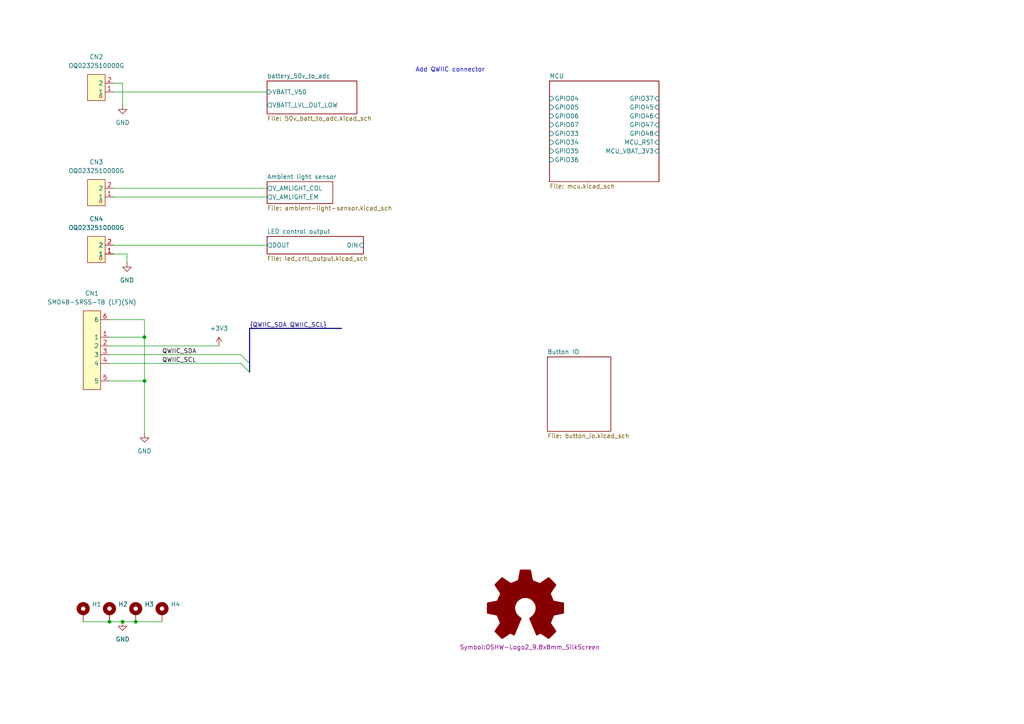
<source format=kicad_sch>
(kicad_sch (version 20250114) (generator "eeschema") (generator_version "9.0")
  (paper "A4")
  (lib_symbols
    (symbol "Graphic:Logo_Open_Hardware_Large" (in_bom no) (on_board no)
      (symbol "Logo_Open_Hardware_Large_1_1"
        (polyline (pts (xy 6.731 -8.7122) (xy 6.6294 -8.6614) (xy 6.35 -8.4836) (xy 5.9944 -8.255) (xy 5.5372 -7.9502) (xy 5.1054 -7.6454) (xy 4.7498 -7.4168) (xy 4.4958 -7.239) (xy 4.3942 -7.1882) (xy 4.318 -7.2136) (xy 4.1148 -7.3152) (xy 3.81 -7.4676) (xy 3.6322 -7.5692) (xy 3.3528 -7.6708) (xy 3.2258 -7.6962) (xy 3.2004 -7.6708) (xy 3.0988 -7.4676) (xy 2.9464 -7.0866) (xy 2.7178 -6.604) (xy 2.4892 -6.0452) (xy 2.2352 -5.4356) (xy 1.9558 -4.826) (xy 1.7272 -4.2164) (xy 1.4986 -3.683) (xy 1.3208 -3.2512) (xy 1.2192 -2.9464) (xy 1.1684 -2.8194) (xy 1.1938 -2.794) (xy 1.3208 -2.667) (xy 1.5748 -2.4892) (xy 2.0828 -2.0574) (xy 2.6162 -1.397) (xy 2.921 -0.6604) (xy 3.048 0.1524) (xy 2.9464 0.9144) (xy 2.6416 1.6256) (xy 2.1336 2.286) (xy 1.524 2.7686) (xy 0.8128 3.0734) (xy 0 3.175) (xy -0.762 3.0988) (xy -1.4986 2.794) (xy -2.159 2.286) (xy -2.4384 1.9812) (xy -2.8194 1.3208) (xy -3.048 0.6096) (xy -3.0734 0.4318) (xy -3.0226 -0.3556) (xy -2.794 -1.0922) (xy -2.3876 -1.7526) (xy -1.8288 -2.3114) (xy -1.7526 -2.3622) (xy -1.4732 -2.5654) (xy -1.2954 -2.6924) (xy -1.1684 -2.8194) (xy -2.159 -5.207) (xy -2.3114 -5.588) (xy -2.5908 -6.2484) (xy -2.8194 -6.8072) (xy -3.0226 -7.2644) (xy -3.1496 -7.5692) (xy -3.2258 -7.6708) (xy -3.2258 -7.6962) (xy -3.302 -7.6962) (xy -3.4798 -7.6454) (xy -3.8354 -7.4676) (xy -4.0386 -7.366) (xy -4.2926 -7.239) (xy -4.4196 -7.1882) (xy -4.5212 -7.239) (xy -4.7498 -7.3914) (xy -5.1054 -7.6454) (xy -5.5372 -7.9248) (xy -5.9436 -8.2042) (xy -6.3246 -8.4582) (xy -6.604 -8.636) (xy -6.731 -8.7122) (xy -6.7564 -8.7122) (xy -6.858 -8.636) (xy -7.0866 -8.4582) (xy -7.4168 -8.1534) (xy -7.874 -7.6962) (xy -7.9502 -7.62) (xy -8.3312 -7.239) (xy -8.636 -6.9088) (xy -8.8392 -6.6802) (xy -8.9154 -6.5786) (xy -8.9154 -6.5786) (xy -8.8392 -6.4516) (xy -8.6614 -6.1722) (xy -8.4328 -5.7912) (xy -8.128 -5.3594) (xy -7.3152 -4.191) (xy -7.7724 -3.0988) (xy -7.8994 -2.7686) (xy -8.0772 -2.3622) (xy -8.2042 -2.0828) (xy -8.255 -1.9558) (xy -8.382 -1.905) (xy -8.6614 -1.8542) (xy -9.0932 -1.7526) (xy -9.6266 -1.651) (xy -10.1092 -1.5748) (xy -10.541 -1.4732) (xy -10.8712 -1.4224) (xy -11.0236 -1.397) (xy -11.049 -1.3716) (xy -11.0744 -1.2954) (xy -11.0998 -1.143) (xy -11.0998 -0.889) (xy -11.1252 -0.4572) (xy -11.1252 0.1524) (xy -11.1252 0.2286) (xy -11.0998 0.8128) (xy -11.0998 1.27) (xy -11.0744 1.5494) (xy -11.0744 1.6764) (xy -11.0744 1.6764) (xy -10.922 1.7018) (xy -10.6172 1.778) (xy -10.16 1.8542) (xy -9.652 1.9558) (xy -9.6012 1.9812) (xy -9.0932 2.0828) (xy -8.636 2.159) (xy -8.3312 2.2352) (xy -8.2042 2.286) (xy -8.1788 2.3114) (xy -8.0772 2.5146) (xy -7.9248 2.8448) (xy -7.747 3.2512) (xy -7.5692 3.6576) (xy -7.4168 4.0386) (xy -7.3152 4.318) (xy -7.2898 4.445) (xy -7.2898 4.445) (xy -7.366 4.572) (xy -7.5438 4.826) (xy -7.7978 5.207) (xy -8.128 5.6642) (xy -8.128 5.6896) (xy -8.4328 6.1468) (xy -8.6868 6.5278) (xy -8.8392 6.7818) (xy -8.9154 6.9088) (xy -8.9154 6.9088) (xy -8.8138 7.0358) (xy -8.5852 7.2898) (xy -8.255 7.6454) (xy -7.874 8.0264) (xy -7.747 8.1534) (xy -7.3152 8.5852) (xy -7.0104 8.8646) (xy -6.8326 8.9916) (xy -6.731 9.0424) (xy -6.731 9.0424) (xy -6.604 8.9408) (xy -6.3246 8.763) (xy -5.9436 8.509) (xy -5.4864 8.2042) (xy -5.461 8.1788) (xy -5.0038 7.874) (xy -4.6482 7.62) (xy -4.3688 7.4422) (xy -4.2672 7.3914) (xy -4.2418 7.3914) (xy -4.064 7.4422) (xy -3.7338 7.5438) (xy -3.3528 7.6962) (xy -2.9464 7.874) (xy -2.5654 8.0264) (xy -2.286 8.1534) (xy -2.159 8.2296) (xy -2.159 8.2296) (xy -2.1082 8.382) (xy -2.032 8.7122) (xy -1.9304 9.1694) (xy -1.8288 9.7282) (xy -1.8034 9.8044) (xy -1.7018 10.3378) (xy -1.6256 10.7696) (xy -1.5748 11.0744) (xy -1.524 11.2014) (xy -1.4478 11.2268) (xy -1.1938 11.2522) (xy -0.8128 11.2522) (xy -0.3302 11.2522) (xy 0.1524 11.2522) (xy 0.6604 11.2522) (xy 1.0668 11.2268) (xy 1.3716 11.2014) (xy 1.4986 11.176) (xy 1.4986 11.176) (xy 1.5494 11.0236) (xy 1.6256 10.6934) (xy 1.7018 10.2108) (xy 1.8288 9.6774) (xy 1.8288 9.5758) (xy 1.9304 9.0424) (xy 2.032 8.6106) (xy 2.0828 8.3058) (xy 2.1336 8.2042) (xy 2.159 8.1788) (xy 2.3876 8.0772) (xy 2.7432 7.9248) (xy 3.175 7.747) (xy 4.191 7.3406) (xy 5.461 8.2042) (xy 5.5626 8.2804) (xy 6.0198 8.5852) (xy 6.3754 8.8392) (xy 6.6294 8.9916) (xy 6.7564 9.0424) (xy 6.7564 9.0424) (xy 6.8834 8.9408) (xy 7.1374 8.7122) (xy 7.4676 8.382) (xy 7.8486 7.9756) (xy 8.1534 7.6962) (xy 8.4836 7.3406) (xy 8.7122 7.112) (xy 8.8392 6.9596) (xy 8.8646 6.858) (xy 8.8646 6.8072) (xy 8.7884 6.6802) (xy 8.6106 6.4008) (xy 8.3312 6.0198) (xy 8.0264 5.588) (xy 7.7978 5.207) (xy 7.5184 4.8006) (xy 7.3406 4.4958) (xy 7.2898 4.3434) (xy 7.2898 4.2926) (xy 7.3914 4.0386) (xy 7.5184 3.683) (xy 7.7216 3.2258) (xy 8.1534 2.2352) (xy 8.7884 2.1082) (xy 9.1948 2.0574) (xy 9.7536 1.9304) (xy 10.2616 1.8288) (xy 11.0998 1.6764) (xy 11.1252 -1.3208) (xy 10.9982 -1.3716) (xy 10.8712 -1.397) (xy 10.5664 -1.4732) (xy 10.1346 -1.5494) (xy 9.6266 -1.651) (xy 9.1948 -1.7272) (xy 8.7376 -1.8288) (xy 8.4328 -1.8796) (xy 8.2804 -1.905) (xy 8.255 -1.9558) (xy 8.1534 -2.159) (xy 7.9756 -2.5146) (xy 7.8232 -2.921) (xy 7.6454 -3.3274) (xy 7.493 -3.7338) (xy 7.366 -4.0132) (xy 7.3406 -4.191) (xy 7.3914 -4.2926) (xy 7.5692 -4.5466) (xy 7.7978 -4.9276) (xy 8.1026 -5.3594) (xy 8.4074 -5.7912) (xy 8.6614 -6.1722) (xy 8.8138 -6.4262) (xy 8.89 -6.5532) (xy 8.8646 -6.6548) (xy 8.6868 -6.858) (xy 8.3566 -7.1882) (xy 7.874 -7.6708) (xy 7.7978 -7.747) (xy 7.3914 -8.128) (xy 7.0612 -8.4328) (xy 6.8326 -8.636) (xy 6.731 -8.7122)) (fill (type outline)))
      )
    )
    (symbol "Mechanical:MountingHole_Pad" (pin_numbers (hide yes)) (pin_names (offset 1.016) (hide yes)) (in_bom no)
      (property "Reference" "H" (at 0 6.35 0))
      (property "Value" "MountingHole_Pad" (at 0 4.445 0))
      (symbol "MountingHole_Pad_0_1"
        (circle (center 0 1.27) (radius 1.27) (stroke (width 1.27)))
      )
      (symbol "MountingHole_Pad_1_1"
        (pin input line (at 0 -2.54 90) (length 2.54) (name "1") (number "1"))
      )
    )
    (symbol "lcsc:OQ0232510000G"
      (property "Reference" "CN" (at 0 6.35 0))
      (property "Value" "OQ0232510000G" (at 0 -6.35 0))
      (symbol "OQ0232510000G_0_1"
        (rectangle (start -2.54 3.81) (end 2.54 -3.81) (fill (type background)))
        (circle (center -1.27 2.54) (radius 0.38))
        (pin unspecified line (at -5.08 1.27 0) (length 2.54) (name "1") (number "1"))
        (pin unspecified line (at -5.08 -1.27 0) (length 2.54) (name "2") (number "2"))
      )
    )
    (symbol "lcsc:SM04B-SRSS-TB(LF)(SN)"
      (property "Reference" "CN" (at 0 8.89 0))
      (property "Value" "SM04B-SRSS-TB (LF)(SN)" (at 0 -1.27 0))
      (symbol "SM04B-SRSS-TB(LF)(SN)_0_1"
        (rectangle (start -11.43 1.27) (end 11.43 -3.81) (fill (type background)))
        (pin unspecified line (at -8.89 3.81 270) (length 2.54) (name "6") (number "6"))
        (pin unspecified line (at -3.81 3.81 270) (length 2.54) (name "1") (number "1"))
        (pin unspecified line (at -1.27 3.81 270) (length 2.54) (name "2") (number "2"))
        (pin unspecified line (at 1.27 3.81 270) (length 2.54) (name "3") (number "3"))
        (pin unspecified line (at 3.81 3.81 270) (length 2.54) (name "4") (number "4"))
        (pin unspecified line (at 8.89 3.81 270) (length 2.54) (name "5") (number "5"))
      )
    )
    (symbol "power:+3V3" (power) (pin_numbers (hide yes)) (pin_names (offset 0) (hide yes))
      (property "Value" "+3V3" (at 0 3.556 0))
      (symbol "+3V3_0_1"
        (polyline (pts (xy -0.762 1.27) (xy 0 2.54)))
        (polyline (pts (xy 0 2.54) (xy 0.762 1.27)))
        (polyline (pts (xy 0 0) (xy 0 2.54)))
      )
      (symbol "+3V3_1_1"
        (pin power_in line (at 0 0 90) (length 0) (name "~") (number "1"))
      )
    )
    (symbol "power:GND" (power) (pin_numbers (hide yes)) (pin_names (offset 0) (hide yes))
      (property "Value" "GND" (at 0 -3.81 0))
      (symbol "GND_0_1"
        (polyline (pts (xy 0 0) (xy 0 -1.27) (xy 1.27 -1.27) (xy 0 -2.54) (xy -1.27 -1.27) (xy 0 -1.27)))
      )
      (symbol "GND_1_1"
        (pin power_in line (at 0 0 270) (length 0) (name "~") (number "1"))
      )
    )
  )
  (text "Add QWIIC connector" (at 130.556 20.32 0) (effects (font (size 1.27 1.27))))
  (junction (at 41.91 97.79))
  (junction (at 41.91 110.49))
  (junction (at 35.56 180.34))
  (junction (at 31.75 180.34))
  (junction (at 39.37 180.34))
  (bus_entry (at 69.85 105.41) (size 2.54 2.54))
  (bus_entry (at 69.85 102.87) (size 2.54 2.54))
  (wire (pts (xy 36.83 73.66) (xy 36.83 76.2)))
  (wire (pts (xy 31.75 97.79) (xy 41.91 97.79)))
  (wire (pts (xy 31.75 102.87) (xy 69.85 102.87)))
  (wire (pts (xy 41.91 92.71) (xy 41.91 97.79)))
  (wire (pts (xy 35.56 180.34) (xy 39.37 180.34)))
  (wire (pts (xy 33.02 73.66) (xy 36.83 73.66)))
  (wire (pts (xy 41.91 97.79) (xy 41.91 110.49)))
  (wire (pts (xy 31.75 92.71) (xy 41.91 92.71)))
  (wire (pts (xy 35.56 24.13) (xy 35.56 30.48)))
  (wire (pts (xy 31.75 180.34) (xy 35.56 180.34)))
  (wire (pts (xy 24.13 180.34) (xy 31.75 180.34)))
  (wire (pts (xy 31.75 100.33) (xy 63.5 100.33)))
  (wire (pts (xy 33.02 26.67) (xy 77.47 26.67)))
  (bus (pts (xy 72.39 95.25) (xy 72.39 105.41)))
  (wire (pts (xy 33.02 24.13) (xy 35.56 24.13)))
  (wire (pts (xy 31.75 105.41) (xy 69.85 105.41)))
  (wire (pts (xy 33.02 54.61) (xy 77.47 54.61)))
  (wire (pts (xy 39.37 180.34) (xy 46.99 180.34)))
  (bus (pts (xy 72.39 105.41) (xy 72.39 107.95)))
  (wire (pts (xy 33.02 57.15) (xy 77.47 57.15)))
  (bus (pts (xy 72.39 95.25) (xy 99.06 95.25)))
  (wire (pts (xy 41.91 110.49) (xy 41.91 125.73)))
  (wire (pts (xy 33.02 71.12) (xy 77.47 71.12)))
  (wire (pts (xy 31.75 110.49) (xy 41.91 110.49)))
  (label "{QWIIC_SDA QWIIC_SCL}" (at 72.39 95.25 0))
  (label "QWIIC_SDA" (at 46.99 102.87 0))
  (label "QWIIC_SCL" (at 46.99 105.41 0))
  (symbol (lib_id "Graphic:Logo_Open_Hardware_Large") (at 152.4 176.53 0) (unit 1) (exclude_from_sim yes)
    (property "Reference" "#SYM1" (effects (hide yes)))
    (property "Value" "Logo_Open_Hardware_Large" (effects (hide yes)))
    (property "Footprint" "Symbol:OSHW-Logo2_9.8x8mm_SilkScreen" (at 153.67 187.706 0))
    (property "Description" "Open Hardware logo, large" (effects (hide yes)))
  )
  (symbol (lib_id "Mechanical:MountingHole_Pad") (at 39.37 177.8 0) (unit 1) (in_bom no)
    (property "Reference" "H3" (at 41.91 175.2599 0) (effects (justify left)))
    (property "Value" "MountingHole_Pad" (effects (hide yes)))
    (property "Footprint" "MountingHole:MountingHole_6mm_Pad" (effects (hide yes)))
    (property "Description" "Mounting Hole with connection" (effects (hide yes)))
  )
  (symbol (lib_id "power:GND") (at 36.83 76.2 0) (unit 1)
    (property "Reference" "#PWR032" (effects (hide yes)))
    (property "Value" "GND" (at 36.83 81.28 0))
    (property "Description" "Power symbol creates a global label with name \"GND\" , ground" (effects (hide yes)))
  )
  (symbol (lib_id "Mechanical:MountingHole_Pad") (at 46.99 177.8 0) (unit 1) (in_bom no)
    (property "Reference" "H4" (at 49.53 175.2599 0) (effects (justify left)))
    (property "Value" "MountingHole_Pad" (effects (hide yes)))
    (property "Footprint" "MountingHole:MountingHole_6mm_Pad" (effects (hide yes)))
    (property "Description" "Mounting Hole with connection" (effects (hide yes)))
  )
  (symbol (lib_id "Mechanical:MountingHole_Pad") (at 31.75 177.8 0) (unit 1) (in_bom no)
    (property "Reference" "H2" (at 34.29 175.2599 0) (effects (justify left)))
    (property "Value" "MountingHole_Pad" (effects (hide yes)))
    (property "Footprint" "MountingHole:MountingHole_6mm_Pad" (effects (hide yes)))
    (property "Description" "Mounting Hole with connection" (effects (hide yes)))
  )
  (symbol (lib_id "lcsc:OQ0232510000G") (at 27.94 72.39 180) (unit 1)
    (property "Reference" "CN4" (at 27.94 63.5 0))
    (property "Value" "OQ0232510000G" (at 27.94 66.04 0))
    (property "Footprint" "lcsc:CONN-TH_OQ0232510000G" (effects (hide yes)))
    (property "Datasheet" "https://www.lcsc.com/product-detail/C967073.html?s_z=n_OQ02325" (effects (hide yes)))
    (property "LCSC Part" "C967073" (effects (hide yes)))
  )
  (symbol (lib_id "Mechanical:MountingHole_Pad") (at 24.13 177.8 0) (unit 1) (in_bom no)
    (property "Reference" "H1" (at 26.67 175.2599 0) (effects (justify left)))
    (property "Value" "MountingHole_Pad" (effects (hide yes)))
    (property "Footprint" "MountingHole:MountingHole_6mm_Pad" (effects (hide yes)))
    (property "Description" "Mounting Hole with connection" (effects (hide yes)))
  )
  (symbol (lib_id "power:GND") (at 35.56 180.34 0) (unit 1)
    (property "Reference" "#PWR016" (effects (hide yes)))
    (property "Value" "GND" (at 35.56 185.42 0))
    (property "Description" "Power symbol creates a global label with name \"GND\" , ground" (effects (hide yes)))
  )
  (symbol (lib_id "power:GND") (at 41.91 125.73 0) (unit 1)
    (property "Reference" "#PWR014" (effects (hide yes)))
    (property "Value" "GND" (at 41.91 130.81 0))
    (property "Description" "Power symbol creates a global label with name \"GND\" , ground" (effects (hide yes)))
  )
  (symbol (lib_id "lcsc:SM04B-SRSS-TB(LF)(SN)") (at 27.94 101.6 270) (unit 1)
    (property "Reference" "CN1" (at 26.67 85.09 90))
    (property "Value" "SM04B-SRSS-TB (LF)(SN)" (at 26.67 87.63 90))
    (property "Footprint" "lcsc:CONN-SMD_4P-P1.00_SM04B-SRSS-TB-LF-SN" (effects (hide yes)))
    (property "Datasheet" "https://lcsc.com/product-detail/Others_JST-Sales-America__JST-Sales-America-SM04B-SRSS-TB-LF-SN_C160404.html" (effects (hide yes)))
    (property "LCSC Part" "C160404" (effects (hide yes)))
  )
  (symbol (lib_id "lcsc:OQ0232510000G") (at 27.94 25.4 180) (unit 1)
    (property "Reference" "CN2" (at 27.94 16.51 0))
    (property "Value" "OQ0232510000G" (at 27.94 19.05 0))
    (property "Footprint" "lcsc:CONN-TH_OQ0232510000G" (effects (hide yes)))
    (property "Datasheet" "https://www.lcsc.com/product-detail/C967073.html?s_z=n_OQ02325" (effects (hide yes)))
    (property "LCSC Part" "C967073" (effects (hide yes)))
  )
  (symbol (lib_id "lcsc:OQ0232510000G") (at 27.94 55.88 180) (unit 1)
    (property "Reference" "CN3" (at 27.94 46.99 0))
    (property "Value" "OQ0232510000G" (at 27.94 49.53 0))
    (property "Footprint" "lcsc:CONN-TH_OQ0232510000G" (effects (hide yes)))
    (property "Datasheet" "https://www.lcsc.com/product-detail/C967073.html?s_z=n_OQ02325" (effects (hide yes)))
    (property "LCSC Part" "C967073" (effects (hide yes)))
  )
  (symbol (lib_id "power:+3V3") (at 63.5 100.33 0) (unit 1)
    (property "Reference" "#PWR015" (effects (hide yes)))
    (property "Value" "+3V3" (at 63.5 95.25 0))
    (property "Description" "Power symbol creates a global label with name \"+3V3\"" (effects (hide yes)))
  )
  (symbol (lib_id "power:GND") (at 35.56 30.48 0) (unit 1)
    (property "Reference" "#PWR031" (effects (hide yes)))
    (property "Value" "GND" (at 35.56 35.56 0))
    (property "Description" "Power symbol creates a global label with name \"GND\" , ground" (effects (hide yes)))
  )
  (sheet (at 158.75 103.505) (size 18.415 21.59) (stroke (width 0.1524))
    (property "Sheetname" "Button IO" (at 158.75 102.7934 0) (effects (justify left bottom)))
    (property "Sheetfile" "button_io.kicad_sch" (at 158.75 125.6796 0) (effects (justify left top)))
  )
  (sheet (at 77.47 52.705) (size 19.05 6.35) (stroke (width 0.1524))
    (property "Sheetname" "Ambient light sensor" (at 77.47 51.9934 0) (effects (justify left bottom)))
    (property "Sheetfile" "ambient-light-sensor.kicad_sch" (at 77.47 59.6396 0) (effects (justify left top)))
    (pin "V_AMLIGHT_COL" output (at 77.47 54.61 180))
    (pin "V_AMLIGHT_EM" output (at 77.47 57.15 180))
  )
  (sheet (at 77.47 68.58) (size 27.94 5.08) (stroke (width 0.1524))
    (property "Sheetname" "LED control output" (at 77.47 67.8684 0) (effects (justify left bottom)))
    (property "Sheetfile" "led_crtl_output.kicad_sch" (at 77.47 74.2446 0) (effects (justify left top)))
    (pin "DIN" input (at 105.41 71.12 0))
    (pin "DOUT" output (at 77.47 71.12 180))
  )
  (sheet (at 159.385 23.495) (size 31.75 29.21) (stroke (width 0.1524))
    (property "Sheetname" "MCU" (at 159.385 22.7834 0) (effects (justify left bottom)))
    (property "Sheetfile" "mcu.kicad_sch" (at 159.385 53.2896 0) (effects (justify left top)))
    (pin "GPIO04" input (at 159.385 28.575 180))
    (pin "GPIO05" input (at 159.385 31.115 180))
    (pin "GPIO06" input (at 159.385 33.655 180))
    (pin "GPIO07" input (at 159.385 36.195 180))
    (pin "GPIO33" input (at 159.385 38.735 180))
    (pin "GPIO34" input (at 159.385 41.275 180))
    (pin "GPIO35" input (at 159.385 43.815 180))
    (pin "GPIO36" input (at 159.385 46.355 180))
    (pin "GPIO37" input (at 191.135 28.575 0))
    (pin "GPIO45" input (at 191.135 31.115 0))
    (pin "GPIO46" input (at 191.135 33.655 0))
    (pin "GPIO47" input (at 191.135 36.195 0))
    (pin "GPIO48" input (at 191.135 38.735 0))
    (pin "MCU_RST" input (at 191.135 41.275 0))
    (pin "MCU_VBAT_3V3" input (at 191.135 43.815 0))
  )
  (sheet (at 77.47 23.495) (size 26.035 9.525) (stroke (width 0.1524))
    (property "Sheetname" "battery_50v_to_adc" (at 77.47 22.7834 0) (effects (justify left bottom)))
    (property "Sheetfile" "50v_batt_to_adc.kicad_sch" (at 77.47 33.6046 0) (effects (justify left top)))
    (pin "VBATT_V50" input (at 77.47 26.67 180))
    (pin "VBATT_LVL_OUT_LOW" output (at 77.47 30.48 180))
  )
)
</source>
